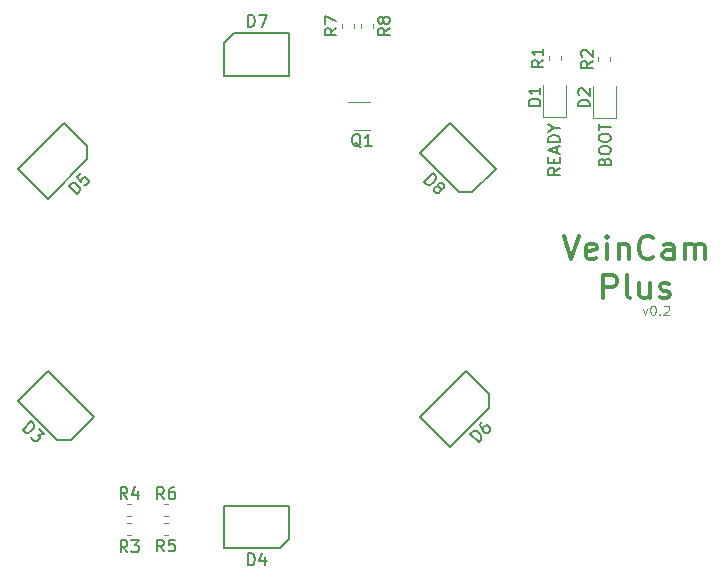
<source format=gto>
G04 #@! TF.GenerationSoftware,KiCad,Pcbnew,(5.1.0)-1*
G04 #@! TF.CreationDate,2019-03-23T08:59:44+11:00*
G04 #@! TF.ProjectId,VeinCamHat,5665696e-4361-46d4-9861-742e6b696361,rev?*
G04 #@! TF.SameCoordinates,Original*
G04 #@! TF.FileFunction,Legend,Top*
G04 #@! TF.FilePolarity,Positive*
%FSLAX46Y46*%
G04 Gerber Fmt 4.6, Leading zero omitted, Abs format (unit mm)*
G04 Created by KiCad (PCBNEW (5.1.0)-1) date 2019-03-23 08:59:44*
%MOMM*%
%LPD*%
G04 APERTURE LIST*
%ADD10C,0.120000*%
%ADD11C,0.300000*%
%ADD12C,0.200000*%
%ADD13C,0.150000*%
G04 APERTURE END LIST*
D10*
X254657142Y-126528571D02*
X254847619Y-127061904D01*
X255038095Y-126528571D01*
X255495238Y-126261904D02*
X255571428Y-126261904D01*
X255647619Y-126300000D01*
X255685714Y-126338095D01*
X255723809Y-126414285D01*
X255761904Y-126566666D01*
X255761904Y-126757142D01*
X255723809Y-126909523D01*
X255685714Y-126985714D01*
X255647619Y-127023809D01*
X255571428Y-127061904D01*
X255495238Y-127061904D01*
X255419047Y-127023809D01*
X255380952Y-126985714D01*
X255342857Y-126909523D01*
X255304761Y-126757142D01*
X255304761Y-126566666D01*
X255342857Y-126414285D01*
X255380952Y-126338095D01*
X255419047Y-126300000D01*
X255495238Y-126261904D01*
X256104761Y-126985714D02*
X256142857Y-127023809D01*
X256104761Y-127061904D01*
X256066666Y-127023809D01*
X256104761Y-126985714D01*
X256104761Y-127061904D01*
X256447619Y-126338095D02*
X256485714Y-126300000D01*
X256561904Y-126261904D01*
X256752380Y-126261904D01*
X256828571Y-126300000D01*
X256866666Y-126338095D01*
X256904761Y-126414285D01*
X256904761Y-126490476D01*
X256866666Y-126604761D01*
X256409523Y-127061904D01*
X256904761Y-127061904D01*
D11*
X247957142Y-120354761D02*
X248623809Y-122354761D01*
X249290476Y-120354761D01*
X250719047Y-122259523D02*
X250528571Y-122354761D01*
X250147619Y-122354761D01*
X249957142Y-122259523D01*
X249861904Y-122069047D01*
X249861904Y-121307142D01*
X249957142Y-121116666D01*
X250147619Y-121021428D01*
X250528571Y-121021428D01*
X250719047Y-121116666D01*
X250814285Y-121307142D01*
X250814285Y-121497619D01*
X249861904Y-121688095D01*
X251671428Y-122354761D02*
X251671428Y-121021428D01*
X251671428Y-120354761D02*
X251576190Y-120450000D01*
X251671428Y-120545238D01*
X251766666Y-120450000D01*
X251671428Y-120354761D01*
X251671428Y-120545238D01*
X252623809Y-121021428D02*
X252623809Y-122354761D01*
X252623809Y-121211904D02*
X252719047Y-121116666D01*
X252909523Y-121021428D01*
X253195238Y-121021428D01*
X253385714Y-121116666D01*
X253480952Y-121307142D01*
X253480952Y-122354761D01*
X255576190Y-122164285D02*
X255480952Y-122259523D01*
X255195238Y-122354761D01*
X255004761Y-122354761D01*
X254719047Y-122259523D01*
X254528571Y-122069047D01*
X254433333Y-121878571D01*
X254338095Y-121497619D01*
X254338095Y-121211904D01*
X254433333Y-120830952D01*
X254528571Y-120640476D01*
X254719047Y-120450000D01*
X255004761Y-120354761D01*
X255195238Y-120354761D01*
X255480952Y-120450000D01*
X255576190Y-120545238D01*
X257290476Y-122354761D02*
X257290476Y-121307142D01*
X257195238Y-121116666D01*
X257004761Y-121021428D01*
X256623809Y-121021428D01*
X256433333Y-121116666D01*
X257290476Y-122259523D02*
X257100000Y-122354761D01*
X256623809Y-122354761D01*
X256433333Y-122259523D01*
X256338095Y-122069047D01*
X256338095Y-121878571D01*
X256433333Y-121688095D01*
X256623809Y-121592857D01*
X257100000Y-121592857D01*
X257290476Y-121497619D01*
X258242857Y-122354761D02*
X258242857Y-121021428D01*
X258242857Y-121211904D02*
X258338095Y-121116666D01*
X258528571Y-121021428D01*
X258814285Y-121021428D01*
X259004761Y-121116666D01*
X259100000Y-121307142D01*
X259100000Y-122354761D01*
X259100000Y-121307142D02*
X259195238Y-121116666D01*
X259385714Y-121021428D01*
X259671428Y-121021428D01*
X259861904Y-121116666D01*
X259957142Y-121307142D01*
X259957142Y-122354761D01*
X251338095Y-125654761D02*
X251338095Y-123654761D01*
X252100000Y-123654761D01*
X252290476Y-123750000D01*
X252385714Y-123845238D01*
X252480952Y-124035714D01*
X252480952Y-124321428D01*
X252385714Y-124511904D01*
X252290476Y-124607142D01*
X252100000Y-124702380D01*
X251338095Y-124702380D01*
X253623809Y-125654761D02*
X253433333Y-125559523D01*
X253338095Y-125369047D01*
X253338095Y-123654761D01*
X255242857Y-124321428D02*
X255242857Y-125654761D01*
X254385714Y-124321428D02*
X254385714Y-125369047D01*
X254480952Y-125559523D01*
X254671428Y-125654761D01*
X254957142Y-125654761D01*
X255147619Y-125559523D01*
X255242857Y-125464285D01*
X256100000Y-125559523D02*
X256290476Y-125654761D01*
X256671428Y-125654761D01*
X256861904Y-125559523D01*
X256957142Y-125369047D01*
X256957142Y-125273809D01*
X256861904Y-125083333D01*
X256671428Y-124988095D01*
X256385714Y-124988095D01*
X256195238Y-124892857D01*
X256100000Y-124702380D01*
X256100000Y-124607142D01*
X256195238Y-124416666D01*
X256385714Y-124321428D01*
X256671428Y-124321428D01*
X256861904Y-124416666D01*
D12*
X251428571Y-114057142D02*
X251476190Y-113914285D01*
X251523809Y-113866666D01*
X251619047Y-113819047D01*
X251761904Y-113819047D01*
X251857142Y-113866666D01*
X251904761Y-113914285D01*
X251952380Y-114009523D01*
X251952380Y-114390476D01*
X250952380Y-114390476D01*
X250952380Y-114057142D01*
X251000000Y-113961904D01*
X251047619Y-113914285D01*
X251142857Y-113866666D01*
X251238095Y-113866666D01*
X251333333Y-113914285D01*
X251380952Y-113961904D01*
X251428571Y-114057142D01*
X251428571Y-114390476D01*
X250952380Y-113200000D02*
X250952380Y-113009523D01*
X251000000Y-112914285D01*
X251095238Y-112819047D01*
X251285714Y-112771428D01*
X251619047Y-112771428D01*
X251809523Y-112819047D01*
X251904761Y-112914285D01*
X251952380Y-113009523D01*
X251952380Y-113200000D01*
X251904761Y-113295238D01*
X251809523Y-113390476D01*
X251619047Y-113438095D01*
X251285714Y-113438095D01*
X251095238Y-113390476D01*
X251000000Y-113295238D01*
X250952380Y-113200000D01*
X250952380Y-112152380D02*
X250952380Y-111961904D01*
X251000000Y-111866666D01*
X251095238Y-111771428D01*
X251285714Y-111723809D01*
X251619047Y-111723809D01*
X251809523Y-111771428D01*
X251904761Y-111866666D01*
X251952380Y-111961904D01*
X251952380Y-112152380D01*
X251904761Y-112247619D01*
X251809523Y-112342857D01*
X251619047Y-112390476D01*
X251285714Y-112390476D01*
X251095238Y-112342857D01*
X251000000Y-112247619D01*
X250952380Y-112152380D01*
X250952380Y-111438095D02*
X250952380Y-110866666D01*
X251952380Y-111152380D02*
X250952380Y-111152380D01*
X247652380Y-114600000D02*
X247176190Y-114933333D01*
X247652380Y-115171428D02*
X246652380Y-115171428D01*
X246652380Y-114790476D01*
X246700000Y-114695238D01*
X246747619Y-114647619D01*
X246842857Y-114600000D01*
X246985714Y-114600000D01*
X247080952Y-114647619D01*
X247128571Y-114695238D01*
X247176190Y-114790476D01*
X247176190Y-115171428D01*
X247128571Y-114171428D02*
X247128571Y-113838095D01*
X247652380Y-113695238D02*
X247652380Y-114171428D01*
X246652380Y-114171428D01*
X246652380Y-113695238D01*
X247366666Y-113314285D02*
X247366666Y-112838095D01*
X247652380Y-113409523D02*
X246652380Y-113076190D01*
X247652380Y-112742857D01*
X247652380Y-112409523D02*
X246652380Y-112409523D01*
X246652380Y-112171428D01*
X246700000Y-112028571D01*
X246795238Y-111933333D01*
X246890476Y-111885714D01*
X247080952Y-111838095D01*
X247223809Y-111838095D01*
X247414285Y-111885714D01*
X247509523Y-111933333D01*
X247604761Y-112028571D01*
X247652380Y-112171428D01*
X247652380Y-112409523D01*
X247176190Y-111219047D02*
X247652380Y-111219047D01*
X246652380Y-111552380D02*
X247176190Y-111219047D01*
X246652380Y-110885714D01*
D13*
X206237437Y-137651650D02*
X205106066Y-137651650D01*
X205106066Y-137651650D02*
X201782664Y-134328249D01*
X201782664Y-134328249D02*
X204328249Y-131782664D01*
X204328249Y-131782664D02*
X208217336Y-135671751D01*
X208217336Y-135671751D02*
X206237437Y-137651650D01*
X224750000Y-143200000D02*
X224750000Y-146000000D01*
X219250000Y-143200000D02*
X224750000Y-143200000D01*
X219250000Y-146800000D02*
X219250000Y-143200000D01*
X223950000Y-146800000D02*
X219250000Y-146800000D01*
X224750000Y-146000000D02*
X223950000Y-146800000D01*
X205671751Y-110782664D02*
X207651650Y-112762563D01*
X201782664Y-114671751D02*
X205671751Y-110782664D01*
X204328249Y-117217336D02*
X201782664Y-114671751D01*
X207651650Y-113893934D02*
X204328249Y-117217336D01*
X207651650Y-112762563D02*
X207651650Y-113893934D01*
X241651650Y-133762563D02*
X241651650Y-134893934D01*
X241651650Y-134893934D02*
X238328249Y-138217336D01*
X238328249Y-138217336D02*
X235782664Y-135671751D01*
X235782664Y-135671751D02*
X239671751Y-131782664D01*
X239671751Y-131782664D02*
X241651650Y-133762563D01*
D10*
X231600000Y-109040000D02*
X229700000Y-109040000D01*
X230200000Y-111360000D02*
X231600000Y-111360000D01*
X246690000Y-105137221D02*
X246690000Y-105462779D01*
X247710000Y-105137221D02*
X247710000Y-105462779D01*
X251910000Y-105237221D02*
X251910000Y-105562779D01*
X250890000Y-105237221D02*
X250890000Y-105562779D01*
X211037221Y-145710000D02*
X211362779Y-145710000D01*
X211037221Y-144690000D02*
X211362779Y-144690000D01*
X211037221Y-143090000D02*
X211362779Y-143090000D01*
X211037221Y-144110000D02*
X211362779Y-144110000D01*
X214462779Y-144690000D02*
X214137221Y-144690000D01*
X214462779Y-145710000D02*
X214137221Y-145710000D01*
X214462779Y-144110000D02*
X214137221Y-144110000D01*
X214462779Y-143090000D02*
X214137221Y-143090000D01*
X231810000Y-102762779D02*
X231810000Y-102437221D01*
X230790000Y-102762779D02*
X230790000Y-102437221D01*
X248160000Y-110285000D02*
X248160000Y-107600000D01*
X246240000Y-110285000D02*
X248160000Y-110285000D01*
X246240000Y-107600000D02*
X246240000Y-110285000D01*
X250440000Y-107662500D02*
X250440000Y-110347500D01*
X250440000Y-110347500D02*
X252360000Y-110347500D01*
X252360000Y-110347500D02*
X252360000Y-107662500D01*
D13*
X219250000Y-104000000D02*
X220050000Y-103200000D01*
X220050000Y-103200000D02*
X224750000Y-103200000D01*
X224750000Y-103200000D02*
X224750000Y-106800000D01*
X224750000Y-106800000D02*
X219250000Y-106800000D01*
X219250000Y-106800000D02*
X219250000Y-104000000D01*
X242217336Y-114671751D02*
X240237437Y-116651650D01*
X238328249Y-110782664D02*
X242217336Y-114671751D01*
X235782664Y-113328249D02*
X238328249Y-110782664D01*
X239106066Y-116651650D02*
X235782664Y-113328249D01*
X240237437Y-116651650D02*
X239106066Y-116651650D01*
D10*
X229190000Y-102762779D02*
X229190000Y-102437221D01*
X230210000Y-102762779D02*
X230210000Y-102437221D01*
D13*
X202178307Y-136777868D02*
X202885413Y-136070761D01*
X203053772Y-136239120D01*
X203121116Y-136373807D01*
X203121116Y-136508494D01*
X203087444Y-136609509D01*
X202986429Y-136777868D01*
X202885413Y-136878883D01*
X202717055Y-136979899D01*
X202616039Y-137013570D01*
X202481352Y-137013570D01*
X202346665Y-136946227D01*
X202178307Y-136777868D01*
X203525177Y-136710524D02*
X203962910Y-137148257D01*
X203457833Y-137181929D01*
X203558849Y-137282944D01*
X203592520Y-137383960D01*
X203592520Y-137451303D01*
X203558849Y-137552318D01*
X203390490Y-137720677D01*
X203289475Y-137754349D01*
X203222131Y-137754349D01*
X203121116Y-137720677D01*
X202919085Y-137518647D01*
X202885413Y-137417631D01*
X202885413Y-137350288D01*
X221261904Y-148252380D02*
X221261904Y-147252380D01*
X221500000Y-147252380D01*
X221642857Y-147300000D01*
X221738095Y-147395238D01*
X221785714Y-147490476D01*
X221833333Y-147680952D01*
X221833333Y-147823809D01*
X221785714Y-148014285D01*
X221738095Y-148109523D01*
X221642857Y-148204761D01*
X221500000Y-148252380D01*
X221261904Y-148252380D01*
X222690476Y-147585714D02*
X222690476Y-148252380D01*
X222452380Y-147204761D02*
X222214285Y-147919047D01*
X222833333Y-147919047D01*
X206777868Y-116821692D02*
X206070761Y-116114586D01*
X206239120Y-115946227D01*
X206373807Y-115878883D01*
X206508494Y-115878883D01*
X206609509Y-115912555D01*
X206777868Y-116013570D01*
X206878883Y-116114586D01*
X206979899Y-116282944D01*
X207013570Y-116383960D01*
X207013570Y-116518647D01*
X206946227Y-116653334D01*
X206777868Y-116821692D01*
X207114586Y-115070761D02*
X206777868Y-115407479D01*
X207080914Y-115777868D01*
X207080914Y-115710524D01*
X207114586Y-115609509D01*
X207282944Y-115441150D01*
X207383960Y-115407479D01*
X207451303Y-115407479D01*
X207552318Y-115441150D01*
X207720677Y-115609509D01*
X207754349Y-115710524D01*
X207754349Y-115777868D01*
X207720677Y-115878883D01*
X207552318Y-116047242D01*
X207451303Y-116080914D01*
X207383960Y-116080914D01*
X240777868Y-137821692D02*
X240070761Y-137114586D01*
X240239120Y-136946227D01*
X240373807Y-136878883D01*
X240508494Y-136878883D01*
X240609509Y-136912555D01*
X240777868Y-137013570D01*
X240878883Y-137114586D01*
X240979899Y-137282944D01*
X241013570Y-137383960D01*
X241013570Y-137518647D01*
X240946227Y-137653334D01*
X240777868Y-137821692D01*
X241080914Y-136104433D02*
X240946227Y-136239120D01*
X240912555Y-136340135D01*
X240912555Y-136407479D01*
X240946227Y-136575837D01*
X241047242Y-136744196D01*
X241316616Y-137013570D01*
X241417631Y-137047242D01*
X241484975Y-137047242D01*
X241585990Y-137013570D01*
X241720677Y-136878883D01*
X241754349Y-136777868D01*
X241754349Y-136710524D01*
X241720677Y-136609509D01*
X241552318Y-136441150D01*
X241451303Y-136407479D01*
X241383960Y-136407479D01*
X241282944Y-136441150D01*
X241148257Y-136575837D01*
X241114586Y-136676853D01*
X241114586Y-136744196D01*
X241148257Y-136845211D01*
X230804761Y-112847619D02*
X230709523Y-112800000D01*
X230614285Y-112704761D01*
X230471428Y-112561904D01*
X230376190Y-112514285D01*
X230280952Y-112514285D01*
X230328571Y-112752380D02*
X230233333Y-112704761D01*
X230138095Y-112609523D01*
X230090476Y-112419047D01*
X230090476Y-112085714D01*
X230138095Y-111895238D01*
X230233333Y-111800000D01*
X230328571Y-111752380D01*
X230519047Y-111752380D01*
X230614285Y-111800000D01*
X230709523Y-111895238D01*
X230757142Y-112085714D01*
X230757142Y-112419047D01*
X230709523Y-112609523D01*
X230614285Y-112704761D01*
X230519047Y-112752380D01*
X230328571Y-112752380D01*
X231709523Y-112752380D02*
X231138095Y-112752380D01*
X231423809Y-112752380D02*
X231423809Y-111752380D01*
X231328571Y-111895238D01*
X231233333Y-111990476D01*
X231138095Y-112038095D01*
X246252380Y-105466666D02*
X245776190Y-105800000D01*
X246252380Y-106038095D02*
X245252380Y-106038095D01*
X245252380Y-105657142D01*
X245300000Y-105561904D01*
X245347619Y-105514285D01*
X245442857Y-105466666D01*
X245585714Y-105466666D01*
X245680952Y-105514285D01*
X245728571Y-105561904D01*
X245776190Y-105657142D01*
X245776190Y-106038095D01*
X246252380Y-104514285D02*
X246252380Y-105085714D01*
X246252380Y-104800000D02*
X245252380Y-104800000D01*
X245395238Y-104895238D01*
X245490476Y-104990476D01*
X245538095Y-105085714D01*
X250452380Y-105566666D02*
X249976190Y-105900000D01*
X250452380Y-106138095D02*
X249452380Y-106138095D01*
X249452380Y-105757142D01*
X249500000Y-105661904D01*
X249547619Y-105614285D01*
X249642857Y-105566666D01*
X249785714Y-105566666D01*
X249880952Y-105614285D01*
X249928571Y-105661904D01*
X249976190Y-105757142D01*
X249976190Y-106138095D01*
X249547619Y-105185714D02*
X249500000Y-105138095D01*
X249452380Y-105042857D01*
X249452380Y-104804761D01*
X249500000Y-104709523D01*
X249547619Y-104661904D01*
X249642857Y-104614285D01*
X249738095Y-104614285D01*
X249880952Y-104661904D01*
X250452380Y-105233333D01*
X250452380Y-104614285D01*
X211033333Y-147152380D02*
X210700000Y-146676190D01*
X210461904Y-147152380D02*
X210461904Y-146152380D01*
X210842857Y-146152380D01*
X210938095Y-146200000D01*
X210985714Y-146247619D01*
X211033333Y-146342857D01*
X211033333Y-146485714D01*
X210985714Y-146580952D01*
X210938095Y-146628571D01*
X210842857Y-146676190D01*
X210461904Y-146676190D01*
X211366666Y-146152380D02*
X211985714Y-146152380D01*
X211652380Y-146533333D01*
X211795238Y-146533333D01*
X211890476Y-146580952D01*
X211938095Y-146628571D01*
X211985714Y-146723809D01*
X211985714Y-146961904D01*
X211938095Y-147057142D01*
X211890476Y-147104761D01*
X211795238Y-147152380D01*
X211509523Y-147152380D01*
X211414285Y-147104761D01*
X211366666Y-147057142D01*
X211033333Y-142622380D02*
X210700000Y-142146190D01*
X210461904Y-142622380D02*
X210461904Y-141622380D01*
X210842857Y-141622380D01*
X210938095Y-141670000D01*
X210985714Y-141717619D01*
X211033333Y-141812857D01*
X211033333Y-141955714D01*
X210985714Y-142050952D01*
X210938095Y-142098571D01*
X210842857Y-142146190D01*
X210461904Y-142146190D01*
X211890476Y-141955714D02*
X211890476Y-142622380D01*
X211652380Y-141574761D02*
X211414285Y-142289047D01*
X212033333Y-142289047D01*
X214133333Y-147082380D02*
X213800000Y-146606190D01*
X213561904Y-147082380D02*
X213561904Y-146082380D01*
X213942857Y-146082380D01*
X214038095Y-146130000D01*
X214085714Y-146177619D01*
X214133333Y-146272857D01*
X214133333Y-146415714D01*
X214085714Y-146510952D01*
X214038095Y-146558571D01*
X213942857Y-146606190D01*
X213561904Y-146606190D01*
X215038095Y-146082380D02*
X214561904Y-146082380D01*
X214514285Y-146558571D01*
X214561904Y-146510952D01*
X214657142Y-146463333D01*
X214895238Y-146463333D01*
X214990476Y-146510952D01*
X215038095Y-146558571D01*
X215085714Y-146653809D01*
X215085714Y-146891904D01*
X215038095Y-146987142D01*
X214990476Y-147034761D01*
X214895238Y-147082380D01*
X214657142Y-147082380D01*
X214561904Y-147034761D01*
X214514285Y-146987142D01*
X214133333Y-142652380D02*
X213800000Y-142176190D01*
X213561904Y-142652380D02*
X213561904Y-141652380D01*
X213942857Y-141652380D01*
X214038095Y-141700000D01*
X214085714Y-141747619D01*
X214133333Y-141842857D01*
X214133333Y-141985714D01*
X214085714Y-142080952D01*
X214038095Y-142128571D01*
X213942857Y-142176190D01*
X213561904Y-142176190D01*
X214990476Y-141652380D02*
X214800000Y-141652380D01*
X214704761Y-141700000D01*
X214657142Y-141747619D01*
X214561904Y-141890476D01*
X214514285Y-142080952D01*
X214514285Y-142461904D01*
X214561904Y-142557142D01*
X214609523Y-142604761D01*
X214704761Y-142652380D01*
X214895238Y-142652380D01*
X214990476Y-142604761D01*
X215038095Y-142557142D01*
X215085714Y-142461904D01*
X215085714Y-142223809D01*
X215038095Y-142128571D01*
X214990476Y-142080952D01*
X214895238Y-142033333D01*
X214704761Y-142033333D01*
X214609523Y-142080952D01*
X214561904Y-142128571D01*
X214514285Y-142223809D01*
X233252380Y-102766666D02*
X232776190Y-103100000D01*
X233252380Y-103338095D02*
X232252380Y-103338095D01*
X232252380Y-102957142D01*
X232300000Y-102861904D01*
X232347619Y-102814285D01*
X232442857Y-102766666D01*
X232585714Y-102766666D01*
X232680952Y-102814285D01*
X232728571Y-102861904D01*
X232776190Y-102957142D01*
X232776190Y-103338095D01*
X232680952Y-102195238D02*
X232633333Y-102290476D01*
X232585714Y-102338095D01*
X232490476Y-102385714D01*
X232442857Y-102385714D01*
X232347619Y-102338095D01*
X232300000Y-102290476D01*
X232252380Y-102195238D01*
X232252380Y-102004761D01*
X232300000Y-101909523D01*
X232347619Y-101861904D01*
X232442857Y-101814285D01*
X232490476Y-101814285D01*
X232585714Y-101861904D01*
X232633333Y-101909523D01*
X232680952Y-102004761D01*
X232680952Y-102195238D01*
X232728571Y-102290476D01*
X232776190Y-102338095D01*
X232871428Y-102385714D01*
X233061904Y-102385714D01*
X233157142Y-102338095D01*
X233204761Y-102290476D01*
X233252380Y-102195238D01*
X233252380Y-102004761D01*
X233204761Y-101909523D01*
X233157142Y-101861904D01*
X233061904Y-101814285D01*
X232871428Y-101814285D01*
X232776190Y-101861904D01*
X232728571Y-101909523D01*
X232680952Y-102004761D01*
X246002380Y-109338095D02*
X245002380Y-109338095D01*
X245002380Y-109100000D01*
X245050000Y-108957142D01*
X245145238Y-108861904D01*
X245240476Y-108814285D01*
X245430952Y-108766666D01*
X245573809Y-108766666D01*
X245764285Y-108814285D01*
X245859523Y-108861904D01*
X245954761Y-108957142D01*
X246002380Y-109100000D01*
X246002380Y-109338095D01*
X246002380Y-107814285D02*
X246002380Y-108385714D01*
X246002380Y-108100000D02*
X245002380Y-108100000D01*
X245145238Y-108195238D01*
X245240476Y-108290476D01*
X245288095Y-108385714D01*
X250202380Y-109400595D02*
X249202380Y-109400595D01*
X249202380Y-109162500D01*
X249250000Y-109019642D01*
X249345238Y-108924404D01*
X249440476Y-108876785D01*
X249630952Y-108829166D01*
X249773809Y-108829166D01*
X249964285Y-108876785D01*
X250059523Y-108924404D01*
X250154761Y-109019642D01*
X250202380Y-109162500D01*
X250202380Y-109400595D01*
X249297619Y-108448214D02*
X249250000Y-108400595D01*
X249202380Y-108305357D01*
X249202380Y-108067261D01*
X249250000Y-107972023D01*
X249297619Y-107924404D01*
X249392857Y-107876785D01*
X249488095Y-107876785D01*
X249630952Y-107924404D01*
X250202380Y-108495833D01*
X250202380Y-107876785D01*
X221261904Y-102652380D02*
X221261904Y-101652380D01*
X221500000Y-101652380D01*
X221642857Y-101700000D01*
X221738095Y-101795238D01*
X221785714Y-101890476D01*
X221833333Y-102080952D01*
X221833333Y-102223809D01*
X221785714Y-102414285D01*
X221738095Y-102509523D01*
X221642857Y-102604761D01*
X221500000Y-102652380D01*
X221261904Y-102652380D01*
X222166666Y-101652380D02*
X222833333Y-101652380D01*
X222404761Y-102652380D01*
X236178307Y-115777868D02*
X236885413Y-115070761D01*
X237053772Y-115239120D01*
X237121116Y-115373807D01*
X237121116Y-115508494D01*
X237087444Y-115609509D01*
X236986429Y-115777868D01*
X236885413Y-115878883D01*
X236717055Y-115979899D01*
X236616039Y-116013570D01*
X236481352Y-116013570D01*
X236346665Y-115946227D01*
X236178307Y-115777868D01*
X237390490Y-116181929D02*
X237356818Y-116080914D01*
X237356818Y-116013570D01*
X237390490Y-115912555D01*
X237424162Y-115878883D01*
X237525177Y-115845211D01*
X237592520Y-115845211D01*
X237693536Y-115878883D01*
X237828223Y-116013570D01*
X237861894Y-116114586D01*
X237861894Y-116181929D01*
X237828223Y-116282944D01*
X237794551Y-116316616D01*
X237693536Y-116350288D01*
X237626192Y-116350288D01*
X237525177Y-116316616D01*
X237390490Y-116181929D01*
X237289475Y-116148257D01*
X237222131Y-116148257D01*
X237121116Y-116181929D01*
X236986429Y-116316616D01*
X236952757Y-116417631D01*
X236952757Y-116484975D01*
X236986429Y-116585990D01*
X237121116Y-116720677D01*
X237222131Y-116754349D01*
X237289475Y-116754349D01*
X237390490Y-116720677D01*
X237525177Y-116585990D01*
X237558849Y-116484975D01*
X237558849Y-116417631D01*
X237525177Y-116316616D01*
X228722380Y-102766666D02*
X228246190Y-103100000D01*
X228722380Y-103338095D02*
X227722380Y-103338095D01*
X227722380Y-102957142D01*
X227770000Y-102861904D01*
X227817619Y-102814285D01*
X227912857Y-102766666D01*
X228055714Y-102766666D01*
X228150952Y-102814285D01*
X228198571Y-102861904D01*
X228246190Y-102957142D01*
X228246190Y-103338095D01*
X227722380Y-102433333D02*
X227722380Y-101766666D01*
X228722380Y-102195238D01*
M02*

</source>
